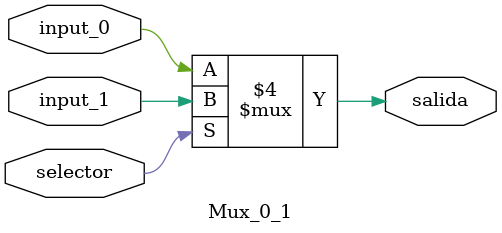
<source format=v>
module Mux_0_1 (
    input wire selector,    // este selecciona las entradas
    input wire input_0,     // entrada 0
    input wire input_1,     // entrada 1
    output reg salida      // output
);

    
    always @(*) begin
        if (selector == 0) begin
            salida = input_0;  // si es 0 selecciona al 0
        end else begin
            salida = input_1;  // lo contrario
        end
    end

endmodule

</source>
